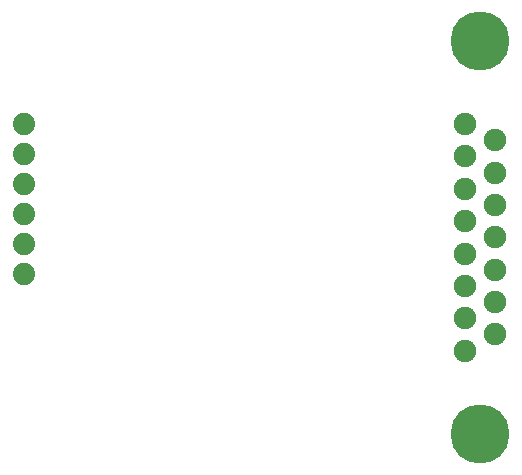
<source format=gtl>
G04 project-name*
%FSLAX35Y35*%
%MOMM*%
G04 conn1.1(1)*
%LPD*%
%ADD10C,1.89*%
D10*
X-7144750Y20000000D02*
D03*

G04 conn1.2(2)*
%LPD*%
D10*
X-7144750Y19746000D02*
D03*

G04 conn1.3(3)*
%LPD*%
D10*
X-7144750Y19492000D02*
D03*

G04 conn1.4(4)*
%LPD*%
D10*
X-7144750Y19238000D02*
D03*

G04 conn1.5(5)*
%LPD*%
D10*
X-7144750Y18984000D02*
D03*

G04 conn1.6(6)*
%LPD*%
D10*
X-7144750Y18730000D02*
D03*

G04 c1.clk-(1)*
%LPD*%
%ADD11C,1.9*%
D11*
X-3408916Y20000000D02*
D03*

G04 c1.sync-(2)*
%LPD*%
D11*
X-3408916Y19725999D02*
D03*

G04 c1.x-(3)*
%LPD*%
D11*
X-3408916Y19452000D02*
D03*

G04 c1.y-(4)*
%LPD*%
D11*
X-3408916Y19177999D02*
D03*

G04 c1.y_stat-(5)*
%LPD*%
D11*
X-3408916Y18904000D02*
D03*

G04 c1.x_stat-(6)*
%LPD*%
D11*
X-3408916Y18629999D02*
D03*

G04 c1.nc(7)*
%LPD*%
D11*
X-3408916Y18356000D02*
D03*

G04 c1.nc(8)*
%LPD*%
D11*
X-3408916Y18081999D02*
D03*

G04 c1.clk+(9)*
%LPD*%
D11*
X-3154916Y19863000D02*
D03*

G04 c1.sync+(10)*
%LPD*%
D11*
X-3154916Y19588999D02*
D03*

G04 c1.x+(11)*
%LPD*%
D11*
X-3154916Y19315000D02*
D03*

G04 c1.y+(12)*
%LPD*%
D11*
X-3154916Y19040999D02*
D03*

G04 c1.y_stat+(13)*
%LPD*%
D11*
X-3154916Y18767000D02*
D03*

G04 c1.x_stat+(14)*
%LPD*%
D11*
X-3154916Y18493000D02*
D03*

G04 c1.nc(15)*
%LPD*%
D11*
X-3154916Y18219000D02*
D03*

G04 c1.S(S)*
%LPD*%
%ADD12C,5*%
D12*
X-3281916Y20707000D02*
D03*

G04 c1.S(S)*
%LPD*%
D12*
X-3281916Y17374999D02*
D03*

M02*
</source>
